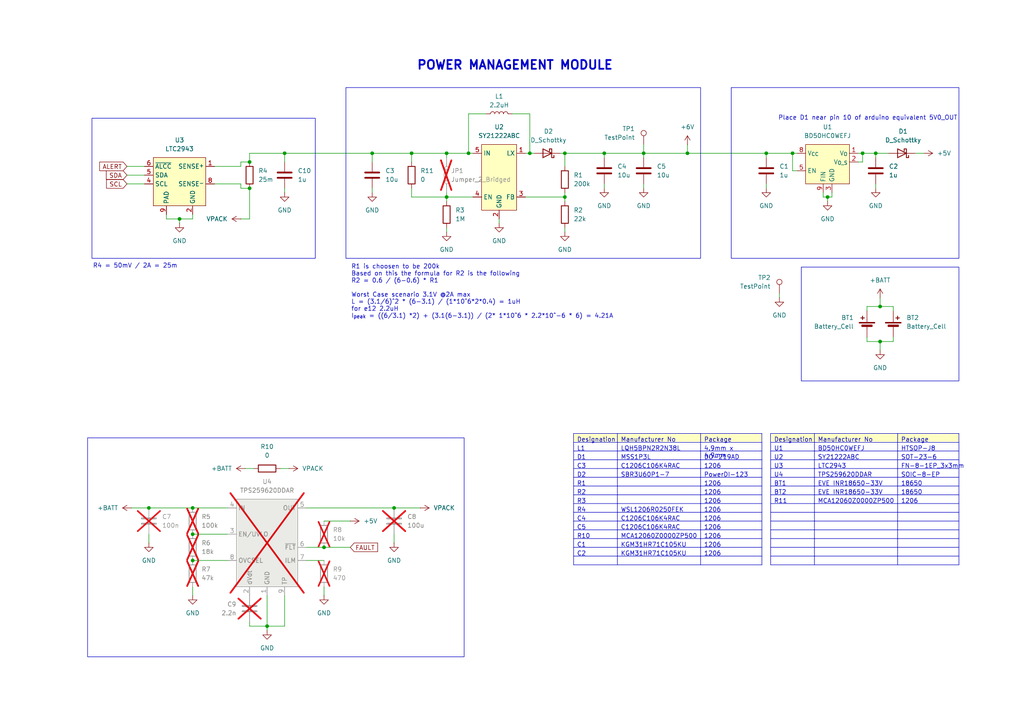
<source format=kicad_sch>
(kicad_sch (version 20250114) (generator "eeschema") (generator_version "9.0")
  (paper "A4")
  (title_block (title "Power Module") (date "2025-04-18") (company "HANdheld Horizons") (comment 1 "Alessandro Lo Monaco"))
  (lib_symbols
    (symbol "BDxxHC0WEFJ:BD50HC0WEFJ"
      (property "Reference" "U" (at 0 6.858 0))
      (property "Value" "BD50HC0WEFJ" (at 0 4.572 0))
      (symbol "BD50HC0WEFJ_1_1"
        (rectangle (start -6.35 2.54) (end 6.35 -8.89) (fill (type background)))
        (pin power_in line (at -8.89 0 0) (length 2.54) (name "V_{CC}") (number "8"))
        (pin input line (at -8.89 -5.08 0) (length 2.54) (name "EN") (number "5"))
        (pin power_out line (at -1.27 -11.43 90) (length 2.54) (name "FIN") (number "9"))
        (pin power_out line (at 1.27 -11.43 90) (length 2.54) (name "GND") (number "3"))
        (pin power_out line (at 8.89 0 180) (length 2.54) (name "V_{O}") (number "1"))
        (pin power_out line (at 8.89 -2.54 180) (length 2.54) (name "V_{O_S}") (number "2"))
        (pin no_connect line (at 8.89 -5.08 180) (length 2.54) (hide yes) (name "N.C.") (number "4"))
        (pin no_connect line (at 8.89 -5.08 180) (length 2.54) (hide yes) (name "N.C.") (number "6"))
        (pin no_connect line (at 8.89 -5.08 180) (length 2.54) (hide yes) (name "N.C.") (number "7"))
      )
    )
    (symbol "Connector:TestPoint" (pin_numbers (hide yes)) (pin_names (offset 0.762) (hide yes))
      (property "Reference" "TP" (at 0 6.858 0))
      (property "Value" "TestPoint" (at 0 5.08 0))
      (symbol "TestPoint_0_1"
        (circle (center 0 3.302) (radius 0.762))
      )
      (symbol "TestPoint_1_1"
        (pin passive line (at 0 0 90) (length 2.54) (name "1") (number "1"))
      )
    )
    (symbol "Device:Battery_Cell" (pin_numbers (hide yes)) (pin_names (offset 0) (hide yes))
      (property "Reference" "BT" (at 2.54 2.54 0))
      (property "Value" "Battery_Cell" (at 2.54 0 0))
      (symbol "Battery_Cell_0_1"
        (rectangle (start -2.286 1.778) (end 2.286 1.524) (fill (type outline)))
        (rectangle (start -1.524 1.016) (end 1.524 0.508) (fill (type outline)))
        (polyline (pts (xy 0 1.778) (xy 0 2.54)))
        (polyline (pts (xy 0 0.762) (xy 0 0)))
        (polyline (pts (xy 0.762 3.048) (xy 1.778 3.048)) (stroke (width 0.254)))
        (polyline (pts (xy 1.27 3.556) (xy 1.27 2.54)) (stroke (width 0.254)))
      )
      (symbol "Battery_Cell_1_1"
        (pin passive line (at 0 5.08 270) (length 2.54) (name "+") (number "1"))
        (pin passive line (at 0 -2.54 90) (length 2.54) (name "-") (number "2"))
      )
    )
    (symbol "Device:C" (pin_numbers (hide yes)) (pin_names (offset 0.254))
      (property "Reference" "C" (at 0.635 2.54 0))
      (property "Value" "C" (at 0.635 -2.54 0))
      (symbol "C_0_1"
        (polyline (pts (xy -2.032 0.762) (xy 2.032 0.762)) (stroke (width 0.508)))
        (polyline (pts (xy -2.032 -0.762) (xy 2.032 -0.762)) (stroke (width 0.508)))
      )
      (symbol "C_1_1"
        (pin passive line (at 0 3.81 270) (length 2.794) (name "~") (number "1"))
        (pin passive line (at 0 -3.81 90) (length 2.794) (name "~") (number "2"))
      )
    )
    (symbol "Device:D_Schottky" (pin_numbers (hide yes)) (pin_names (offset 1.016) (hide yes))
      (property "Reference" "D" (at 0 2.54 0))
      (property "Value" "D_Schottky" (at 0 -2.54 0))
      (symbol "D_Schottky_0_1"
        (polyline (pts (xy -1.905 0.635) (xy -1.905 1.27) (xy -1.27 1.27) (xy -1.27 -1.27) (xy -0.635 -1.27) (xy -0.635 -0.635)) (stroke (width 0.254)))
        (polyline (pts (xy 1.27 1.27) (xy 1.27 -1.27) (xy -1.27 0) (xy 1.27 1.27)) (stroke (width 0.254)))
        (polyline (pts (xy 1.27 0) (xy -1.27 0)))
      )
      (symbol "D_Schottky_1_1"
        (pin passive line (at -3.81 0 0) (length 2.54) (name "K") (number "1"))
        (pin passive line (at 3.81 0 180) (length 2.54) (name "A") (number "2"))
      )
    )
    (symbol "Device:L" (pin_numbers (hide yes)) (pin_names (offset 1.016) (hide yes))
      (property "Reference" "L" (at -1.27 0 90))
      (property "Value" "L" (at 1.905 0 90))
      (symbol "L_0_1"
        (arc (start 0 2.54) (mid 0.6323 1.905) (end 0 1.27))
        (arc (start 0 1.27) (mid 0.6323 0.635) (end 0 0))
        (arc (start 0 0) (mid 0.6323 -0.635) (end 0 -1.27))
        (arc (start 0 -1.27) (mid 0.6323 -1.905) (end 0 -2.54))
      )
      (symbol "L_1_1"
        (pin passive line (at 0 3.81 270) (length 1.27) (name "1") (number "1"))
        (pin passive line (at 0 -3.81 90) (length 1.27) (name "2") (number "2"))
      )
    )
    (symbol "Device:R" (pin_numbers (hide yes)) (pin_names (offset 0))
      (property "Reference" "R" (at 2.032 0 90))
      (property "Value" "R" (at 0 0 90))
      (symbol "R_0_1"
        (rectangle (start -1.016 -2.54) (end 1.016 2.54) (stroke (width 0.254)))
      )
      (symbol "R_1_1"
        (pin passive line (at 0 3.81 270) (length 1.27) (name "~") (number "1"))
        (pin passive line (at 0 -3.81 90) (length 1.27) (name "~") (number "2"))
      )
    )
    (symbol "Jumper:Jumper_2_Bridged" (pin_numbers (hide yes)) (pin_names (offset 0) (hide yes)) (exclude_from_sim yes)
      (property "Reference" "JP" (at 0 1.905 0))
      (property "Value" "Jumper_2_Bridged" (at 0 -2.54 0))
      (symbol "Jumper_2_Bridged_0_0"
        (circle (center -2.032 0) (radius 0.508))
        (circle (center 2.032 0) (radius 0.508))
      )
      (symbol "Jumper_2_Bridged_0_1"
        (arc (start -1.524 0.254) (mid 0 0.762) (end 1.524 0.254))
      )
      (symbol "Jumper_2_Bridged_1_1"
        (pin passive line (at -5.08 0 0) (length 2.54) (name "A") (number "1"))
        (pin passive line (at 5.08 0 180) (length 2.54) (name "B") (number "2"))
      )
    )
    (symbol "LTC2943:LTC2943"
      (property "Reference" "U" (at 0 8.89 0))
      (property "Value" "LTC2943" (at -0.254 6.604 0))
      (symbol "LTC2943_1_1"
        (rectangle (start -7.62 5.08) (end 7.62 -8.89) (fill (type background)))
        (pin power_in line (at -10.16 2.54 0) (length 2.54) (name "~{ALCC}") (number "6"))
        (pin power_in line (at -10.16 0 0) (length 2.54) (name "SDA") (number "5"))
        (pin power_in line (at -10.16 -2.54 0) (length 2.54) (name "SCL") (number "4"))
        (pin power_out line (at -3.81 -11.43 90) (length 2.54) (name "PAD") (number "9"))
        (pin power_out line (at 3.81 -11.43 90) (length 2.54) (name "GND") (number "2"))
        (pin power_out line (at 3.81 -11.43 90) (length 2.54) (hide yes) (name "GND") (number "3"))
        (pin power_out line (at 3.81 -11.43 90) (length 2.54) (hide yes) (name "GND") (number "7"))
        (pin power_out line (at 10.16 2.54 180) (length 2.54) (name "SENSE^{+}") (number "1"))
        (pin power_in line (at 10.16 -2.54 180) (length 2.54) (name "SENSE^{-}") (number "8"))
      )
    )
    (symbol "SY21222ABC:SY21222ABC"
      (property "Reference" "U" (at 0 12.446 0))
      (property "Value" "SY21222ABC" (at 0 10.16 0))
      (symbol "SY21222ABC_1_1"
        (rectangle (start -5.08 8.89) (end 5.08 -10.16) (fill (type background)))
        (pin input line (at -7.62 6.35 0) (length 2.54) (name "IN") (number "5"))
        (pin no_connect line (at -7.62 0 0) (length 2.54) (hide yes) (name "NC") (number "6"))
        (pin input line (at -7.62 -6.35 0) (length 2.54) (name "EN") (number "4"))
        (pin power_out line (at 0 -12.7 90) (length 2.54) (name "GND") (number "2"))
        (pin input line (at 7.62 6.35 180) (length 2.54) (name "LX") (number "1"))
        (pin input line (at 7.62 -6.35 180) (length 2.54) (name "FB") (number "3"))
      )
    )
    (symbol "TPS25963x:TPS259620DDAR"
      (property "Reference" "U" (at 0 15.748 0))
      (property "Value" "TPS259620DDAR" (at 0 13.208 0))
      (symbol "TPS259620DDAR_1_1"
        (rectangle (start -8.89 11.43) (end 8.89 -13.97) (fill (type background)))
        (pin power_in line (at -11.43 8.89 0) (length 2.54) (name "IN") (number "4"))
        (pin input line (at -11.43 1.27 0) (length 2.54) (name "EN/UVLO") (number "3"))
        (pin input line (at -11.43 -6.35 0) (length 2.54) (name "OVCSEL") (number "8"))
        (pin output line (at -5.08 -16.51 90) (length 2.54) (name "dVdt") (number "2"))
        (pin power_out line (at 0 -16.51 90) (length 2.54) (name "GND") (number "1"))
        (pin power_out line (at 5.08 -16.51 90) (length 2.54) (name "TP") (number "9"))
        (pin power_out line (at 11.43 8.89 180) (length 2.54) (name "OUT") (number "5"))
        (pin output line (at 11.43 -2.54 180) (length 2.54) (name "~{FLT}") (number "6"))
        (pin output line (at 11.43 -6.35 180) (length 2.54) (name "ILM") (number "7"))
      )
    )
    (symbol "power:+5V" (power) (pin_numbers (hide yes)) (pin_names (offset 0) (hide yes))
      (property "Value" "+5V" (at 0 3.556 0))
      (symbol "+5V_0_1"
        (polyline (pts (xy -0.762 1.27) (xy 0 2.54)))
        (polyline (pts (xy 0 2.54) (xy 0.762 1.27)))
        (polyline (pts (xy 0 0) (xy 0 2.54)))
      )
      (symbol "+5V_1_1"
        (pin power_in line (at 0 0 90) (length 0) (name "~") (number "1"))
      )
    )
    (symbol "power:+6V" (power) (pin_numbers (hide yes)) (pin_names (offset 0) (hide yes))
      (property "Value" "+6V" (at 0 3.556 0))
      (symbol "+6V_0_1"
        (polyline (pts (xy -0.762 1.27) (xy 0 2.54)))
        (polyline (pts (xy 0 2.54) (xy 0.762 1.27)))
        (polyline (pts (xy 0 0) (xy 0 2.54)))
      )
      (symbol "+6V_1_1"
        (pin power_in line (at 0 0 90) (length 0) (name "~") (number "1"))
      )
    )
    (symbol "power:+BATT" (power) (pin_numbers (hide yes)) (pin_names (offset 0) (hide yes))
      (property "Value" "+BATT" (at 0 3.556 0))
      (symbol "+BATT_0_1"
        (polyline (pts (xy -0.762 1.27) (xy 0 2.54)))
        (polyline (pts (xy 0 2.54) (xy 0.762 1.27)))
        (polyline (pts (xy 0 0) (xy 0 2.54)))
      )
      (symbol "+BATT_1_1"
        (pin power_in line (at 0 0 90) (length 0) (name "~") (number "1"))
      )
    )
    (symbol "power:GND" (power) (pin_numbers (hide yes)) (pin_names (offset 0) (hide yes))
      (property "Value" "GND" (at 0 -3.81 0))
      (symbol "GND_0_1"
        (polyline (pts (xy 0 0) (xy 0 -1.27) (xy 1.27 -1.27) (xy 0 -2.54) (xy -1.27 -1.27) (xy 0 -1.27)))
      )
      (symbol "GND_1_1"
        (pin power_in line (at 0 0 270) (length 0) (name "~") (number "1"))
      )
    )
    (symbol "power:VCC" (power) (pin_numbers (hide yes)) (pin_names (offset 0) (hide yes))
      (property "Value" "VCC" (at 0 3.556 0))
      (symbol "VCC_0_1"
        (polyline (pts (xy -0.762 1.27) (xy 0 2.54)))
        (polyline (pts (xy 0 2.54) (xy 0.762 1.27)))
        (polyline (pts (xy 0 0) (xy 0 2.54)))
      )
      (symbol "VCC_1_1"
        (pin power_in line (at 0 0 90) (length 0) (name "~") (number "1"))
      )
    )
  )
  (rectangle (start 25.4 127) (end 134.62 190.5))
  (rectangle (start 100.33 25.4) (end 203.2 74.93))
  (rectangle (start 26.67 34.29) (end 91.44 74.93))
  (rectangle (start 232.41 77.47) (end 278.13 110.49))
  (rectangle (start 212.09 25.4) (end 278.13 74.93))
  (text "R4 = 50mV / 2A = 25m" (at 26.924 76.454 0) (effects (font (size 1.27 1.27)) (justify left top)))
  (text "Place D1 near pin 10 of arduino equivalent 5V0_OUT" (at 251.714 34.29 0) (effects (font (size 1.27 1.27))))
  (text "POWER MANAGEMENT MODULE\n" (at 149.352 19.05 0) (effects (font (size 2.54 2.54) (thickness 0.508) (bold yes))))
  (text "R1 is choosen to be 200k\nBased on this the formula for R2 is the following\nR2 = 0.6 / (6-0.6) * R1\n\nWorst Case scenario 3.1V @2A max\nL = (3.1/6)^2 * (6-3.1) / (1*10^6*2*0.4) = 1uH\nfor e12 2.2uH\nI_{peak} = ((6/3.1) *2) + (3.1(6-3.1)) / (2* 1*10^6 * 2.2*10^-6 * 6) = 4.21A" (at 101.854 76.708 0) (effects (font (size 1.27 1.27)) (justify left top)))
  (junction (at 199.39 44.45))
  (junction (at 129.54 57.15))
  (junction (at 77.47 181.61))
  (junction (at 135.89 44.45))
  (junction (at 55.88 154.94))
  (junction (at 55.88 147.32))
  (junction (at 119.38 44.45))
  (junction (at 93.98 158.75))
  (junction (at 72.39 54.61))
  (junction (at 250.19 44.45))
  (junction (at 222.25 44.45))
  (junction (at 153.67 44.45))
  (junction (at 82.55 44.45))
  (junction (at 129.54 44.45))
  (junction (at 255.27 99.06))
  (junction (at 43.18 147.32))
  (junction (at 72.39 46.99))
  (junction (at 55.88 162.56))
  (junction (at 186.69 44.45))
  (junction (at 163.83 57.15))
  (junction (at 254 44.45))
  (junction (at 229.87 44.45))
  (junction (at 240.03 57.15))
  (junction (at 107.95 44.45))
  (junction (at 255.27 88.9))
  (junction (at 114.3 147.32))
  (junction (at 175.26 44.45))
  (junction (at 163.83 44.45))
  (junction (at 52.07 63.5))
  (wire (pts (xy 153.67 33.02) (xy 153.67 44.45)))
  (wire (pts (xy 69.85 53.34) (xy 69.85 54.61)))
  (wire (pts (xy 129.54 57.15) (xy 137.16 57.15)))
  (wire (pts (xy 222.25 44.45) (xy 222.25 45.72)))
  (wire (pts (xy 259.08 97.79) (xy 259.08 99.06)))
  (wire (pts (xy 55.88 147.32) (xy 66.04 147.32)))
  (wire (pts (xy 36.83 48.26) (xy 41.91 48.26)))
  (wire (pts (xy 82.55 44.45) (xy 107.95 44.45)))
  (wire (pts (xy 163.83 48.26) (xy 163.83 44.45)))
  (wire (pts (xy 248.92 46.99) (xy 250.19 46.99)))
  (wire (pts (xy 153.67 44.45) (xy 154.94 44.45)))
  (wire (pts (xy 69.85 63.5) (xy 72.39 63.5)))
  (wire (pts (xy 107.95 46.99) (xy 107.95 44.45)))
  (wire (pts (xy 82.55 44.45) (xy 82.55 46.99)))
  (wire (pts (xy 251.46 97.79) (xy 251.46 99.06)))
  (wire (pts (xy 152.4 57.15) (xy 163.83 57.15)))
  (wire (pts (xy 43.18 154.94) (xy 43.18 157.48)))
  (wire (pts (xy 129.54 44.45) (xy 129.54 45.72)))
  (wire (pts (xy 135.89 33.02) (xy 135.89 44.45)))
  (wire (pts (xy 82.55 172.72) (xy 82.55 181.61)))
  (wire (pts (xy 254 44.45) (xy 257.81 44.45)))
  (wire (pts (xy 72.39 181.61) (xy 77.47 181.61)))
  (wire (pts (xy 163.83 66.04) (xy 163.83 67.31)))
  (wire (pts (xy 55.88 170.18) (xy 55.88 172.72)))
  (wire (pts (xy 199.39 41.91) (xy 199.39 44.45)))
  (wire (pts (xy 69.85 48.26) (xy 69.85 46.99)))
  (wire (pts (xy 36.83 53.34) (xy 41.91 53.34)))
  (wire (pts (xy 222.25 44.45) (xy 229.87 44.45)))
  (wire (pts (xy 250.19 46.99) (xy 250.19 44.45)))
  (wire (pts (xy 72.39 44.45) (xy 72.39 46.99)))
  (wire (pts (xy 265.43 44.45) (xy 267.97 44.45)))
  (wire (pts (xy 119.38 54.61) (xy 119.38 57.15)))
  (wire (pts (xy 55.88 63.5) (xy 52.07 63.5)))
  (wire (pts (xy 93.98 170.18) (xy 93.98 172.72)))
  (wire (pts (xy 82.55 181.61) (xy 77.47 181.61)))
  (wire (pts (xy 248.92 44.45) (xy 250.19 44.45)))
  (wire (pts (xy 199.39 44.45) (xy 222.25 44.45)))
  (wire (pts (xy 114.3 154.94) (xy 114.3 157.48)))
  (wire (pts (xy 88.9 162.56) (xy 93.98 162.56)))
  (wire (pts (xy 129.54 55.88) (xy 129.54 57.15)))
  (wire (pts (xy 77.47 172.72) (xy 77.47 181.61)))
  (wire (pts (xy 231.14 49.53) (xy 229.87 49.53)))
  (wire (pts (xy 250.19 44.45) (xy 254 44.45)))
  (wire (pts (xy 119.38 57.15) (xy 129.54 57.15)))
  (wire (pts (xy 255.27 99.06) (xy 255.27 101.6)))
  (wire (pts (xy 129.54 57.15) (xy 129.54 58.42)))
  (wire (pts (xy 241.3 55.88) (xy 241.3 57.15)))
  (wire (pts (xy 238.76 55.88) (xy 238.76 57.15)))
  (wire (pts (xy 38.1 147.32) (xy 43.18 147.32)))
  (wire (pts (xy 251.46 88.9) (xy 255.27 88.9)))
  (wire (pts (xy 229.87 49.53) (xy 229.87 44.45)))
  (wire (pts (xy 175.26 45.72) (xy 175.26 44.45)))
  (wire (pts (xy 43.18 147.32) (xy 55.88 147.32)))
  (wire (pts (xy 186.69 41.91) (xy 186.69 44.45)))
  (wire (pts (xy 241.3 57.15) (xy 240.03 57.15)))
  (wire (pts (xy 175.26 54.61) (xy 175.26 53.34)))
  (wire (pts (xy 71.12 135.89) (xy 73.66 135.89)))
  (wire (pts (xy 72.39 180.34) (xy 72.39 181.61)))
  (wire (pts (xy 77.47 181.61) (xy 77.47 182.88)))
  (wire (pts (xy 144.78 63.5) (xy 144.78 64.77)))
  (wire (pts (xy 251.46 99.06) (xy 255.27 99.06)))
  (wire (pts (xy 231.14 44.45) (xy 229.87 44.45)))
  (wire (pts (xy 36.83 50.8) (xy 41.91 50.8)))
  (wire (pts (xy 62.23 48.26) (xy 69.85 48.26)))
  (wire (pts (xy 55.88 62.23) (xy 55.88 63.5)))
  (wire (pts (xy 163.83 55.88) (xy 163.83 57.15)))
  (wire (pts (xy 55.88 162.56) (xy 66.04 162.56)))
  (wire (pts (xy 119.38 44.45) (xy 129.54 44.45)))
  (wire (pts (xy 107.95 44.45) (xy 119.38 44.45)))
  (wire (pts (xy 52.07 63.5) (xy 52.07 64.77)))
  (wire (pts (xy 226.06 85.09) (xy 226.06 86.36)))
  (wire (pts (xy 240.03 57.15) (xy 240.03 58.42)))
  (wire (pts (xy 88.9 147.32) (xy 114.3 147.32)))
  (wire (pts (xy 129.54 66.04) (xy 129.54 67.31)))
  (wire (pts (xy 69.85 54.61) (xy 72.39 54.61)))
  (wire (pts (xy 48.26 63.5) (xy 52.07 63.5)))
  (wire (pts (xy 114.3 147.32) (xy 121.92 147.32)))
  (wire (pts (xy 186.69 45.72) (xy 186.69 44.45)))
  (wire (pts (xy 69.85 46.99) (xy 72.39 46.99)))
  (wire (pts (xy 72.39 44.45) (xy 82.55 44.45)))
  (wire (pts (xy 129.54 44.45) (xy 135.89 44.45)))
  (wire (pts (xy 163.83 57.15) (xy 163.83 58.42)))
  (wire (pts (xy 222.25 53.34) (xy 222.25 54.61)))
  (wire (pts (xy 259.08 90.17) (xy 259.08 88.9)))
  (wire (pts (xy 55.88 154.94) (xy 66.04 154.94)))
  (wire (pts (xy 259.08 99.06) (xy 255.27 99.06)))
  (wire (pts (xy 93.98 158.75) (xy 101.6 158.75)))
  (wire (pts (xy 107.95 55.88) (xy 107.95 54.61)))
  (wire (pts (xy 238.76 57.15) (xy 240.03 57.15)))
  (wire (pts (xy 186.69 44.45) (xy 199.39 44.45)))
  (wire (pts (xy 119.38 44.45) (xy 119.38 46.99)))
  (wire (pts (xy 175.26 44.45) (xy 186.69 44.45)))
  (wire (pts (xy 135.89 44.45) (xy 137.16 44.45)))
  (wire (pts (xy 148.59 33.02) (xy 153.67 33.02)))
  (wire (pts (xy 88.9 158.75) (xy 93.98 158.75)))
  (wire (pts (xy 152.4 44.45) (xy 153.67 44.45)))
  (wire (pts (xy 254 53.34) (xy 254 54.61)))
  (wire (pts (xy 140.97 33.02) (xy 135.89 33.02)))
  (wire (pts (xy 72.39 54.61) (xy 72.39 63.5)))
  (wire (pts (xy 101.6 151.13) (xy 93.98 151.13)))
  (wire (pts (xy 259.08 88.9) (xy 255.27 88.9)))
  (wire (pts (xy 48.26 62.23) (xy 48.26 63.5)))
  (wire (pts (xy 81.28 135.89) (xy 83.82 135.89)))
  (wire (pts (xy 254 44.45) (xy 254 45.72)))
  (wire (pts (xy 255.27 86.36) (xy 255.27 88.9)))
  (wire (pts (xy 82.55 54.61) (xy 82.55 55.88)))
  (wire (pts (xy 163.83 44.45) (xy 175.26 44.45)))
  (wire (pts (xy 251.46 90.17) (xy 251.46 88.9)))
  (wire (pts (xy 62.23 53.34) (xy 69.85 53.34)))
  (wire (pts (xy 162.56 44.45) (xy 163.83 44.45)))
  (wire (pts (xy 186.69 53.34) (xy 186.69 54.61)))
  (table (column_count 3) (border (external yes) (header yes)) (separators (rows yes) (cols yes)) (column_widths 12.7 24.13 17.78) (row_heights 2.54 2.54 2.54 2.54 2.54 2.54 2.54 2.54 2.54 2.54 2.54 2.54 2.54 2.54 2.54) (cells (table_cell "Designation" (at 223.52 125.73 0) (size 12.7 2.54) (margins 0.9525 0.9525 0.9525 0.9525) (span 1 1) (fill (type color) (color 255 255 194 1))) (table_cell "Manufacturer No" (at 236.22 125.73 0) (size 24.13 2.54) (margins 0.9525 0.9525 0.9525 0.9525) (span 1 1) (fill (type color) (color 255 255 194 1))) (table_cell "Package" (at 260.35 125.73 0) (size 17.78 2.54) (margins 0.9525 0.9525 0.9525 0.9525) (span 1 1) (fill (type color) (color 255 255 194 1))) (table_cell "U1" (at 223.52 128.27 0) (size 12.7 2.54) (margins 0.9525 0.9525 0.9525 0.9525) (span 1 1)) (table_cell "BD50HC0WEFJ" (at 236.22 128.27 0) (size 24.13 2.54) (margins 0.9525 0.9525 0.9525 0.9525) (span 1 1)) (table_cell "HTSOP-J8" (at 260.35 128.27 0) (size 17.78 2.54) (margins 0.9525 0.9525 0.9525 0.9525) (span 1 1)) (table_cell "U2" (at 223.52 130.81 0) (size 12.7 2.54) (margins 0.9525 0.9525 0.9525 0.9525) (span 1 1)) (table_cell "SY21222ABC" (at 236.22 130.81 0) (size 24.13 2.54) (margins 0.9525 0.9525 0.9525 0.9525) (span 1 1)) (table_cell "SOT-23-6" (at 260.35 130.81 0) (size 17.78 2.54) (margins 0.9525 0.9525 0.9525 0.9525) (span 1 1)) (table_cell "U3" (at 223.52 133.35 0) (size 12.7 2.54) (margins 0.9525 0.9525 0.9525 0.9525) (span 1 1)) (table_cell "LTC2943" (at 236.22 133.35 0) (size 24.13 2.54) (margins 0.9525 0.9525 0.9525 0.9525) (span 1 1)) (table_cell "FN-8-1EP_3x3mm" (at 260.35 133.35 0) (size 17.78 2.54) (margins 0.9525 0.9525 0.9525 0.9525) (span 1 1)) (table_cell "U4" (at 223.52 135.89 0) (size 12.7 2.54) (margins 0.9525 0.9525 0.9525 0.9525) (span 1 1)) (table_cell "TPS259620DDAR" (at 236.22 135.89 0) (size 24.13 2.54) (margins 0.9525 0.9525 0.9525 0.9525) (span 1 1)) (table_cell "SOIC-8-EP" (at 260.35 135.89 0) (size 17.78 2.54) (margins 0.9525 0.9525 0.9525 0.9525) (span 1 1)) (table_cell "BT1" (at 223.52 138.43 0) (size 12.7 2.54) (margins 0.9525 0.9525 0.9525 0.9525) (span 1 1)) (table_cell "EVE INR18650-33V" (at 236.22 138.43 0) (size 24.13 2.54) (margins 0.9525 0.9525 0.9525 0.9525) (span 1 1)) (table_cell "18650" (at 260.35 138.43 0) (size 17.78 2.54) (margins 0.9525 0.9525 0.9525 0.9525) (span 1 1)) (table_cell "BT2" (at 223.52 140.97 0) (size 12.7 2.54) (margins 0.9525 0.9525 0.9525 0.9525) (span 1 1)) (table_cell "EVE INR18650-33V" (at 236.22 140.97 0) (size 24.13 2.54) (margins 0.9525 0.9525 0.9525 0.9525) (span 1 1)) (table_cell "18650" (at 260.35 140.97 0) (size 17.78 2.54) (margins 0.9525 0.9525 0.9525 0.9525) (span 1 1)) (table_cell "R11" (at 223.52 143.51 0) (size 12.7 2.54) (margins 0.9525 0.9525 0.9525 0.9525) (span 1 1)) (table_cell "MCA12060Z0000ZP500 " (at 236.22 143.51 0) (size 24.13 2.54) (margins 0.9525 0.9525 0.9525 0.9525) (span 1 1)) (table_cell "1206" (at 260.35 143.51 0) (size 17.78 2.54) (margins 0.9525 0.9525 0.9525 0.9525) (span 1 1)) (table_cell "" (at 223.52 146.05 0) (size 12.7 2.54) (margins 0.9525 0.9525 0.9525 0.9525) (span 1 1)) (table_cell "" (at 236.22 146.05 0) (size 24.13 2.54) (margins 0.9525 0.9525 0.9525 0.9525) (span 1 1)) (table_cell "" (at 260.35 146.05 0) (size 17.78 2.54) (margins 0.9525 0.9525 0.9525 0.9525) (span 1 1)) (table_cell "" (at 223.52 148.59 0) (size 12.7 2.54) (margins 0.9525 0.9525 0.9525 0.9525) (span 1 1)) (table_cell "" (at 236.22 148.59 0) (size 24.13 2.54) (margins 0.9525 0.9525 0.9525 0.9525) (span 1 1)) (table_cell "" (at 260.35 148.59 0) (size 17.78 2.54) (margins 0.9525 0.9525 0.9525 0.9525) (span 1 1)) (table_cell "" (at 223.52 151.13 0) (size 12.7 2.54) (margins 0.9525 0.9525 0.9525 0.9525) (span 1 1)) (table_cell "" (at 236.22 151.13 0) (size 24.13 2.54) (margins 0.9525 0.9525 0.9525 0.9525) (span 1 1)) (table_cell "" (at 260.35 151.13 0) (size 17.78 2.54) (margins 0.9525 0.9525 0.9525 0.9525) (span 1 1)) (table_cell "" (at 223.52 153.67 0) (size 12.7 2.54) (margins 0.9525 0.9525 0.9525 0.9525) (span 1 1)) (table_cell "" (at 236.22 153.67 0) (size 24.13 2.54) (margins 0.9525 0.9525 0.9525 0.9525) (span 1 1)) (table_cell "" (at 260.35 153.67 0) (size 17.78 2.54) (margins 0.9525 0.9525 0.9525 0.9525) (span 1 1)) (table_cell "" (at 223.52 156.21 0) (size 12.7 2.54) (margins 0.9525 0.9525 0.9525 0.9525) (span 1 1)) (table_cell "" (at 236.22 156.21 0) (size 24.13 2.54) (margins 0.9525 0.9525 0.9525 0.9525) (span 1 1)) (table_cell "" (at 260.35 156.21 0) (size 17.78 2.54) (margins 0.9525 0.9525 0.9525 0.9525) (span 1 1)) (table_cell "" (at 223.52 158.75 0) (size 12.7 2.54) (margins 0.9525 0.9525 0.9525 0.9525) (span 1 1)) (table_cell "" (at 236.22 158.75 0) (size 24.13 2.54) (margins 0.9525 0.9525 0.9525 0.9525) (span 1 1)) (table_cell "" (at 260.35 158.75 0) (size 17.78 2.54) (margins 0.9525 0.9525 0.9525 0.9525) (span 1 1)) (table_cell "" (at 223.52 161.29 0) (size 12.7 2.54) (margins 0.9525 0.9525 0.9525 0.9525) (span 1 1)) (table_cell "" (at 236.22 161.29 0) (size 24.13 2.54) (margins 0.9525 0.9525 0.9525 0.9525) (span 1 1)) (table_cell "" (at 260.35 161.29 0) (size 17.78 2.54) (margins 0.9525 0.9525 0.9525 0.9525) (span 1 1))))
  (table (column_count 3) (border (external yes) (header yes)) (separators (rows yes) (cols yes)) (column_widths 12.7 24.13 17.78) (row_heights 2.54 2.54 2.54 2.54 2.54 2.54 2.54 2.54 2.54 2.54 2.54 2.54 2.54 2.54 2.54) (cells (table_cell "Designation" (at 166.37 125.73 0) (size 12.7 2.54) (margins 0.9525 0.9525 0.9525 0.9525) (span 1 1) (fill (type color) (color 255 255 194 1))) (table_cell "Manufacturer No" (at 179.07 125.73 0) (size 24.13 2.54) (margins 0.9525 0.9525 0.9525 0.9525) (span 1 1) (fill (type color) (color 255 255 194 1))) (table_cell "Package" (at 203.2 125.73 0) (size 17.78 2.54) (margins 0.9525 0.9525 0.9525 0.9525) (span 1 1) (fill (type color) (color 255 255 194 1))) (table_cell "L1" (at 166.37 128.27 0) (size 12.7 2.54) (margins 0.9525 0.9525 0.9525 0.9525) (span 1 1)) (table_cell "LQH5BPN2R2N38L " (at 179.07 128.27 0) (size 24.13 2.54) (margins 0.9525 0.9525 0.9525 0.9525) (span 1 1)) (table_cell "4.9mm x 4.9mm" (at 203.2 128.27 0) (size 17.78 2.54) (margins 0.9525 0.9525 0.9525 0.9525) (span 1 1)) (table_cell "D1" (at 166.37 130.81 0) (size 12.7 2.54) (margins 0.9525 0.9525 0.9525 0.9525) (span 1 1)) (table_cell "MSS1P3L" (at 179.07 130.81 0) (size 24.13 2.54) (margins 0.9525 0.9525 0.9525 0.9525) (span 1 1)) (table_cell "DO-219AD" (at 203.2 130.81 0) (size 17.78 2.54) (margins 0.9525 0.9525 0.9525 0.9525) (span 1 1)) (table_cell "C3" (at 166.37 133.35 0) (size 12.7 2.54) (margins 0.9525 0.9525 0.9525 0.9525) (span 1 1)) (table_cell "C1206C106K4RAC " (at 179.07 133.35 0) (size 24.13 2.54) (margins 0.9525 0.9525 0.9525 0.9525) (span 1 1)) (table_cell "1206" (at 203.2 133.35 0) (size 17.78 2.54) (margins 0.9525 0.9525 0.9525 0.9525) (span 1 1)) (table_cell "D2" (at 166.37 135.89 0) (size 12.7 2.54) (margins 0.9525 0.9525 0.9525 0.9525) (span 1 1)) (table_cell "SBR3U60P1-7" (at 179.07 135.89 0) (size 24.13 2.54) (margins 0.9525 0.9525 0.9525 0.9525) (span 1 1)) (table_cell "PowerDI-123" (at 203.2 135.89 0) (size 17.78 2.54) (margins 0.9525 0.9525 0.9525 0.9525) (span 1 1)) (table_cell "R1" (at 166.37 138.43 0) (size 12.7 2.54) (margins 0.9525 0.9525 0.9525 0.9525) (span 1 1)) (table_cell "" (at 179.07 138.43 0) (size 24.13 2.54) (margins 0.9525 0.9525 0.9525 0.9525) (span 1 1)) (table_cell "1206" (at 203.2 138.43 0) (size 17.78 2.54) (margins 0.9525 0.9525 0.9525 0.9525) (span 1 1)) (table_cell "R2" (at 166.37 140.97 0) (size 12.7 2.54) (margins 0.9525 0.9525 0.9525 0.9525) (span 1 1)) (table_cell "" (at 179.07 140.97 0) (size 24.13 2.54) (margins 0.9525 0.9525 0.9525 0.9525) (span 1 1)) (table_cell "1206" (at 203.2 140.97 0) (size 17.78 2.54) (margins 0.9525 0.9525 0.9525 0.9525) (span 1 1)) (table_cell "R3" (at 166.37 143.51 0) (size 12.7 2.54) (margins 0.9525 0.9525 0.9525 0.9525) (span 1 1)) (table_cell "" (at 179.07 143.51 0) (size 24.13 2.54) (margins 0.9525 0.9525 0.9525 0.9525) (span 1 1)) (table_cell "1206" (at 203.2 143.51 0) (size 17.78 2.54) (margins 0.9525 0.9525 0.9525 0.9525) (span 1 1)) (table_cell "R4" (at 166.37 146.05 0) (size 12.7 2.54) (margins 0.9525 0.9525 0.9525 0.9525) (span 1 1)) (table_cell "WSL1206R0250FEK" (at 179.07 146.05 0) (size 24.13 2.54) (margins 0.9525 0.9525 0.9525 0.9525) (span 1 1)) (table_cell "1206" (at 203.2 146.05 0) (size 17.78 2.54) (margins 0.9525 0.9525 0.9525 0.9525) (span 1 1)) (table_cell "C4" (at 166.37 148.59 0) (size 12.7 2.54) (margins 0.9525 0.9525 0.9525 0.9525) (span 1 1)) (table_cell "C1206C106K4RAC " (at 179.07 148.59 0) (size 24.13 2.54) (margins 0.9525 0.9525 0.9525 0.9525) (span 1 1)) (table_cell "1206" (at 203.2 148.59 0) (size 17.78 2.54) (margins 0.9525 0.9525 0.9525 0.9525) (span 1 1)) (table_cell "C5" (at 166.37 151.13 0) (size 12.7 2.54) (margins 0.9525 0.9525 0.9525 0.9525) (span 1 1)) (table_cell "C1206C106K4RAC " (at 179.07 151.13 0) (size 24.13 2.54) (margins 0.9525 0.9525 0.9525 0.9525) (span 1 1)) (table_cell "1206" (at 203.2 151.13 0) (size 17.78 2.54) (margins 0.9525 0.9525 0.9525 0.9525) (span 1 1)) (table_cell "R10" (at 166.37 153.67 0) (size 12.7 2.54) (margins 0.9525 0.9525 0.9525 0.9525) (span 1 1)) (table_cell "MCA12060Z0000ZP500 " (at 179.07 153.67 0) (size 24.13 2.54) (margins 0.9525 0.9525 0.9525 0.9525) (span 1 1)) (table_cell "1206" (at 203.2 153.67 0) (size 17.78 2.54) (margins 0.9525 0.9525 0.9525 0.9525) (span 1 1)) (table_cell "C1" (at 166.37 156.21 0) (size 12.7 2.54) (margins 0.9525 0.9525 0.9525 0.9525) (span 1 1)) (table_cell "KGM31HR71C105KU " (at 179.07 156.21 0) (size 24.13 2.54) (margins 0.9525 0.9525 0.9525 0.9525) (span 1 1)) (table_cell "1206" (at 203.2 156.21 0) (size 17.78 2.54) (margins 0.9525 0.9525 0.9525 0.9525) (span 1 1)) (table_cell "C2" (at 166.37 158.75 0) (size 12.7 2.54) (margins 0.9525 0.9525 0.9525 0.9525) (span 1 1)) (table_cell "KGM31HR71C105KU " (at 179.07 158.75 0) (size 24.13 2.54) (margins 0.9525 0.9525 0.9525 0.9525) (span 1 1)) (table_cell "1206" (at 203.2 158.75 0) (size 17.78 2.54) (margins 0.9525 0.9525 0.9525 0.9525) (span 1 1)) (table_cell "" (at 166.37 161.29 0) (size 12.7 2.54) (margins 0.9525 0.9525 0.9525 0.9525) (span 1 1)) (table_cell "" (at 179.07 161.29 0) (size 24.13 2.54) (margins 0.9525 0.9525 0.9525 0.9525) (span 1 1)) (table_cell "" (at 203.2 161.29 0) (size 17.78 2.54) (margins 0.9525 0.9525 0.9525 0.9525) (span 1 1))))
  (global_label "ALERT" (shape input) (at 36.83 48.26 180) (property "Intersheetrefs" "${INTERSHEET_REFS}" (effects (hide yes))))
  (global_label "FAULT" (shape input) (at 101.6 158.75 0) (property "Intersheetrefs" "${INTERSHEET_REFS}" (effects (hide yes))))
  (global_label "SCL" (shape input) (at 36.83 53.34 180) (property "Intersheetrefs" "${INTERSHEET_REFS}" (effects (hide yes))))
  (global_label "SDA" (shape input) (at 36.83 50.8 180) (property "Intersheetrefs" "${INTERSHEET_REFS}" (effects (hide yes))))
  (symbol (lib_id "power:GND") (at 55.88 172.72 0) (unit 1)
    (property "Reference" "#PWR019" (effects (hide yes)))
    (property "Value" "GND" (at 55.88 177.8 0))
    (property "Description" "Power symbol creates a global label with name \"GND\" , ground" (effects (hide yes)))
  )
  (symbol (lib_id "power:GND") (at 43.18 157.48 0) (unit 1)
    (property "Reference" "#PWR020" (effects (hide yes)))
    (property "Value" "GND" (at 43.18 162.56 0))
    (property "Description" "Power symbol creates a global label with name \"GND\" , ground" (effects (hide yes)))
  )
  (symbol (lib_id "Device:R") (at 93.98 166.37 0) (unit 1) (dnp yes)
    (property "Reference" "R9" (at 96.52 165.0999 0) (effects (justify left)))
    (property "Value" "470" (at 96.52 167.6399 0) (effects (justify left)))
    (property "Footprint" "Resistor_SMD:R_1206_3216Metric_Pad1.30x1.75mm_HandSolder" (effects (hide yes)))
    (property "Description" "Resistor" (effects (hide yes)))
  )
  (symbol (lib_id "Device:C") (at 114.3 151.13 0) (unit 1) (dnp yes)
    (property "Reference" "C8" (at 118.11 149.8599 0) (effects (justify left)))
    (property "Value" "100u" (at 118.11 152.3999 0) (effects (justify left)))
    (property "Footprint" "Capacitor_SMD:C_1206_3216Metric_Pad1.33x1.80mm_HandSolder" (effects (hide yes)))
    (property "Description" "Unpolarized capacitor" (effects (hide yes)))
  )
  (symbol (lib_id "power:GND") (at 163.83 67.31 0) (unit 1)
    (property "Reference" "#PWR08" (effects (hide yes)))
    (property "Value" "GND" (at 163.83 72.39 0))
    (property "Description" "Power symbol creates a global label with name \"GND\" , ground" (effects (hide yes)))
  )
  (symbol (lib_id "BDxxHC0WEFJ:BD50HC0WEFJ") (at 240.03 44.45 0) (unit 1)
    (property "Reference" "U1" (at 240.03 36.83 0))
    (property "Value" "BD50HC0WEFJ" (at 240.03 39.37 0))
    (property "Footprint" "HTSOP-J8:HTSOP-J8" (effects (hide yes)))
    (property "Datasheet" "https://fscdn.rohm.com/en/products/databook/datasheet/ic/power/linear_regulator/bdxxhc0wefj-e.pdf" (effects (hide yes)))
    (property "Description" "Low drop out voltage regulator" (effects (hide yes)))
  )
  (symbol (lib_id "Jumper:Jumper_2_Bridged") (at 129.54 50.8 90) (unit 1) (exclude_from_sim yes) (dnp yes)
    (property "Reference" "JP1" (at 130.81 49.5299 90) (effects (justify right)))
    (property "Value" "Jumper_2_Bridged" (at 130.81 52.0699 90) (effects (justify right)))
    (property "Footprint" "Connector_PinHeader_2.54mm:PinHeader_1x02_P2.54mm_Vertical" (effects (hide yes)))
    (property "Description" "Jumper, 2-pole, closed/bridged" (effects (hide yes)))
  )
  (symbol (lib_id "Device:Battery_Cell") (at 251.46 95.25 0) (mirror y) (unit 1)
    (property "Reference" "BT1" (at 247.65 92.1384 0) (effects (justify left)))
    (property "Value" "Battery_Cell" (at 247.65 94.6784 0) (effects (justify left)))
    (property "Footprint" "Connector_Wire:SolderWire-0.75sqmm_1x02_P4.8mm_D1.25mm_OD2.3mm" (effects (hide yes)))
    (property "Datasheet" "https://www.tinytronics.nl/en/power/battery-holders-and-clips/18650/2x-18650-battery-holder-leaf-spring-contacts-wires-per-cell" (effects (hide yes)))
    (property "Description" "Single-cell battery" (effects (hide yes)))
  )
  (symbol (lib_id "Device:C") (at 82.55 50.8 0) (unit 1)
    (property "Reference" "C10" (at 86.36 49.5299 0) (effects (justify left)))
    (property "Value" "1u" (at 86.36 52.0699 0) (effects (justify left)))
    (property "Footprint" "Capacitor_SMD:C_1206_3216Metric_Pad1.33x1.80mm_HandSolder" (effects (hide yes)))
    (property "Description" "Unpolarized capacitor" (effects (hide yes)))
  )
  (symbol (lib_id "Device:D_Schottky") (at 158.75 44.45 180) (unit 1)
    (property "Reference" "D2" (at 159.0675 38.1 0))
    (property "Value" "D_Schottky" (at 159.0675 40.64 0))
    (property "Footprint" "Diode_SMD:D_PowerDI-123" (effects (hide yes)))
    (property "Description" "Schottky diode" (effects (hide yes)))
  )
  (symbol (lib_id "Connector:TestPoint") (at 226.06 85.09 0) (mirror y) (unit 1)
    (property "Reference" "TP2" (at 223.52 80.5179 0) (effects (justify left)))
    (property "Value" "TestPoint" (at 223.52 83.0579 0) (effects (justify left)))
    (property "Footprint" "Connector_PinHeader_2.54mm:PinHeader_1x01_P2.54mm_Vertical" (effects (hide yes)))
    (property "Description" "test point" (effects (hide yes)))
  )
  (symbol (lib_id "power:+BATT") (at 71.12 135.89 90) (unit 1)
    (property "Reference" "#PWR026" (effects (hide yes)))
    (property "Value" "+BATT" (at 67.31 135.8899 90) (effects (justify left)))
    (property "Description" "Power symbol creates a global label with name \"+BATT\"" (effects (hide yes)))
  )
  (symbol (lib_id "power:GND") (at 144.78 64.77 0) (unit 1)
    (property "Reference" "#PWR07" (effects (hide yes)))
    (property "Value" "GND" (at 144.78 69.85 0))
    (property "Description" "Power symbol creates a global label with name \"GND\" , ground" (effects (hide yes)))
  )
  (symbol (lib_id "power:+5V") (at 101.6 151.13 270) (unit 1)
    (property "Reference" "#PWR028" (effects (hide yes)))
    (property "Value" "+5V" (at 105.41 151.1299 90) (effects (justify left)))
    (property "Description" "Power symbol creates a global label with name \"+5V\"" (effects (hide yes)))
  )
  (symbol (lib_id "power:GND") (at 226.06 86.36 0) (unit 1)
    (property "Reference" "#PWR027" (effects (hide yes)))
    (property "Value" "GND" (at 226.06 91.44 0))
    (property "Description" "Power symbol creates a global label with name \"GND\" , ground" (effects (hide yes)))
  )
  (symbol (lib_id "Device:R") (at 55.88 151.13 0) (unit 1) (dnp yes)
    (property "Reference" "R5" (at 58.42 149.8599 0) (effects (justify left)))
    (property "Value" "100k" (at 58.42 152.3999 0) (effects (justify left)))
    (property "Footprint" "Resistor_SMD:R_1206_3216Metric_Pad1.30x1.75mm_HandSolder" (effects (hide yes)))
    (property "Description" "Resistor" (effects (hide yes)))
  )
  (symbol (lib_id "Device:C") (at 222.25 49.53 0) (unit 1)
    (property "Reference" "C1" (at 226.06 48.2599 0) (effects (justify left)))
    (property "Value" "1u" (at 226.06 50.7999 0) (effects (justify left)))
    (property "Footprint" "Capacitor_SMD:C_1206_3216Metric_Pad1.33x1.80mm_HandSolder" (effects (hide yes)))
    (property "Description" "Unpolarized capacitor" (effects (hide yes)))
  )
  (symbol (lib_id "Device:C") (at 43.18 151.13 0) (unit 1) (dnp yes)
    (property "Reference" "C7" (at 46.99 149.8599 0) (effects (justify left)))
    (property "Value" "100n" (at 46.99 152.3999 0) (effects (justify left)))
    (property "Footprint" "Capacitor_SMD:C_1206_3216Metric_Pad1.33x1.80mm_HandSolder" (effects (hide yes)))
    (property "Description" "Unpolarized capacitor" (effects (hide yes)))
  )
  (symbol (lib_id "Device:R") (at 119.38 50.8 0) (unit 1)
    (property "Reference" "R11" (at 121.92 49.5299 0) (effects (justify left)))
    (property "Value" "0" (at 121.92 52.0699 0) (effects (justify left)))
    (property "Footprint" "Resistor_SMD:R_1206_3216Metric_Pad1.30x1.75mm_HandSolder" (effects (hide yes)))
    (property "Description" "Resistor" (effects (hide yes)))
  )
  (symbol (lib_id "LTC2943:LTC2943") (at 52.07 50.8 0) (unit 1)
    (property "Reference" "U3" (at 52.07 40.64 0))
    (property "Value" "LTC2943" (at 52.07 43.18 0))
    (property "Footprint" "Package_DFN_QFN:DFN-8-1EP_3x3mm_P0.5mm_EP1.66x2.38mm" (effects (hide yes)))
    (property "Datasheet" "https://www.analog.com/media/en/technical-documentation/data-sheets/2943fa.pdf" (effects (hide yes)))
  )
  (symbol (lib_id "power:GND") (at 255.27 101.6 0) (unit 1)
    (property "Reference" "#PWR023" (effects (hide yes)))
    (property "Value" "GND" (at 255.27 106.68 0))
    (property "Description" "Power symbol creates a global label with name \"GND\" , ground" (effects (hide yes)))
  )
  (symbol (lib_id "Device:R") (at 163.83 52.07 0) (unit 1)
    (property "Reference" "R1" (at 166.37 50.7999 0) (effects (justify left)))
    (property "Value" "200k" (at 166.37 53.3399 0) (effects (justify left)))
    (property "Footprint" "Resistor_SMD:R_1206_3216Metric_Pad1.30x1.75mm_HandSolder" (effects (hide yes)))
    (property "Description" "Resistor" (effects (hide yes)))
  )
  (symbol (lib_id "Device:R") (at 77.47 135.89 90) (unit 1)
    (property "Reference" "R10" (at 77.47 129.54 90))
    (property "Value" "0" (at 77.47 132.08 90))
    (property "Footprint" "Resistor_SMD:R_1206_3216Metric_Pad1.30x1.75mm_HandSolder" (effects (hide yes)))
    (property "Description" "Resistor" (effects (hide yes)))
  )
  (symbol (lib_id "power:GND") (at 107.95 55.88 0) (unit 1)
    (property "Reference" "#PWR011" (effects (hide yes)))
    (property "Value" "GND" (at 107.95 60.96 0))
    (property "Description" "Power symbol creates a global label with name \"GND\" , ground" (effects (hide yes)))
  )
  (symbol (lib_id "Device:R") (at 55.88 166.37 0) (unit 1) (dnp yes)
    (property "Reference" "R7" (at 58.42 165.0999 0) (effects (justify left)))
    (property "Value" "47k" (at 58.42 167.6399 0) (effects (justify left)))
    (property "Footprint" "Resistor_SMD:R_1206_3216Metric_Pad1.30x1.75mm_HandSolder" (effects (hide yes)))
    (property "Description" "Resistor" (effects (hide yes)))
  )
  (symbol (lib_id "Device:C") (at 186.69 49.53 0) (unit 1)
    (property "Reference" "C5" (at 190.5 48.2599 0) (effects (justify left)))
    (property "Value" "10u" (at 190.5 50.7999 0) (effects (justify left)))
    (property "Footprint" "Capacitor_SMD:C_1206_3216Metric_Pad1.33x1.80mm_HandSolder" (effects (hide yes)))
    (property "Description" "Unpolarized capacitor" (effects (hide yes)))
  )
  (symbol (lib_id "Device:R") (at 163.83 62.23 0) (unit 1)
    (property "Reference" "R2" (at 166.37 60.9599 0) (effects (justify left)))
    (property "Value" "22k" (at 166.37 63.4999 0) (effects (justify left)))
    (property "Footprint" "Resistor_SMD:R_1206_3216Metric_Pad1.30x1.75mm_HandSolder" (effects (hide yes)))
    (property "Description" "Resistor" (effects (hide yes)))
  )
  (symbol (lib_id "Device:C") (at 72.39 176.53 0) (mirror y) (unit 1) (dnp yes)
    (property "Reference" "C9" (at 68.58 175.2599 0) (effects (justify left)))
    (property "Value" "2.2n" (at 68.58 177.7999 0) (effects (justify left)))
    (property "Footprint" "Capacitor_SMD:C_1206_3216Metric_Pad1.33x1.80mm_HandSolder" (effects (hide yes)))
    (property "Description" "Unpolarized capacitor" (effects (hide yes)))
  )
  (symbol (lib_id "power:+BATT") (at 38.1 147.32 90) (unit 1)
    (property "Reference" "#PWR024" (effects (hide yes)))
    (property "Value" "+BATT" (at 34.29 147.3199 90) (effects (justify left)))
    (property "Description" "Power symbol creates a global label with name \"+BATT\"" (effects (hide yes)))
  )
  (symbol (lib_id "power:GND") (at 186.69 54.61 0) (unit 1)
    (property "Reference" "#PWR010" (effects (hide yes)))
    (property "Value" "GND" (at 186.69 59.69 0))
    (property "Description" "Power symbol creates a global label with name \"GND\" , ground" (effects (hide yes)))
  )
  (symbol (lib_id "SY21222ABC:SY21222ABC") (at 144.78 50.8 0) (unit 1)
    (property "Reference" "U2" (at 144.78 36.83 0))
    (property "Value" "SY21222ABC" (at 144.78 39.37 0))
    (property "Footprint" "Package_TO_SOT_SMD:SOT-23-6" (effects (hide yes)))
    (property "Datasheet" "https://www.silergy.com/download/downloadFile?id=2973&type=product&ftype=note" (effects (hide yes)))
  )
  (symbol (lib_id "Device:R") (at 55.88 158.75 0) (unit 1) (dnp yes)
    (property "Reference" "R6" (at 58.42 157.4799 0) (effects (justify left)))
    (property "Value" "18k" (at 58.42 160.0199 0) (effects (justify left)))
    (property "Footprint" "Resistor_SMD:R_1206_3216Metric_Pad1.30x1.75mm_HandSolder" (effects (hide yes)))
    (property "Description" "Resistor" (effects (hide yes)))
  )
  (symbol (lib_id "Device:L") (at 144.78 33.02 90) (unit 1)
    (property "Reference" "L1" (at 144.78 27.94 90))
    (property "Value" "2.2uH" (at 144.78 30.48 90))
    (property "Footprint" "ul_LQH5BPN2R2N38L:IND_LQH5BPN_MUR" (effects (hide yes)))
    (property "Datasheet" "https://search.murata.co.jp/Ceramy/image/img/P02/JELF243A-0122.pdf" (effects (hide yes)))
    (property "Description" "Inductor" (effects (hide yes)))
  )
  (symbol (lib_id "Device:C") (at 107.95 50.8 0) (unit 1)
    (property "Reference" "C3" (at 111.76 49.5299 0) (effects (justify left)))
    (property "Value" "10u" (at 111.76 52.0699 0) (effects (justify left)))
    (property "Footprint" "Capacitor_SMD:C_1206_3216Metric_Pad1.33x1.80mm_HandSolder" (effects (hide yes)))
    (property "Description" "Unpolarized capacitor" (effects (hide yes)))
  )
  (symbol (lib_id "TPS25963x:TPS259620DDAR") (at 77.47 156.21 0) (unit 1) (dnp yes)
    (property "Reference" "U4" (at 77.47 139.7 0))
    (property "Value" "TPS259620DDAR" (at 77.47 142.24 0))
    (property "Footprint" "TPS25963x:SOIC-8-1EP_3.9x5.75mm_P1.27mm_EP2.4x3.1mm" (effects (hide yes)))
    (property "Datasheet" "https://www.ti.com/lit/ds/symlink/tps2596.pdf?HQS=dis-dk-null-digikeymode-dsf-pf-null-wwe&ts=1746454632064&ref_url=https%253A%252F%252Fwww.ti.com%252Fgeneral%252Fdocs%252Fsuppproductinfo.tsp%253FdistId%253D10%2526gotoUrl%253Dhttps%253A%252F%252Fwww.ti.com%252Flit%252Fgpn%252Ftps2596" (effects (hide yes)))
  )
  (symbol (lib_id "Device:C") (at 175.26 49.53 0) (unit 1)
    (property "Reference" "C4" (at 179.07 48.2599 0) (effects (justify left)))
    (property "Value" "10u" (at 179.07 50.7999 0) (effects (justify left)))
    (property "Footprint" "Capacitor_SMD:C_1206_3216Metric_Pad1.33x1.80mm_HandSolder" (effects (hide yes)))
    (property "Description" "Unpolarized capacitor" (effects (hide yes)))
  )
  (symbol (lib_id "power:+5V") (at 267.97 44.45 270) (unit 1)
    (property "Reference" "#PWR04" (effects (hide yes)))
    (property "Value" "+5V" (at 271.78 44.4499 90) (effects (justify left)))
    (property "Description" "Power symbol creates a global label with name \"+5V\"" (effects (hide yes)))
  )
  (symbol (lib_id "Device:R") (at 93.98 154.94 0) (unit 1) (dnp yes)
    (property "Reference" "R8" (at 96.52 153.6699 0) (effects (justify left)))
    (property "Value" "10k" (at 96.52 156.2099 0) (effects (justify left)))
    (property "Footprint" "Resistor_SMD:R_1206_3216Metric_Pad1.30x1.75mm_HandSolder" (effects (hide yes)))
    (property "Description" "Resistor" (effects (hide yes)))
  )
  (symbol (lib_id "power:VCC") (at 121.92 147.32 270) (unit 1)
    (property "Reference" "#PWR014" (effects (hide yes)))
    (property "Value" "VPACK" (at 125.73 147.3199 90) (effects (justify left)))
    (property "Description" "Power symbol creates a global label with name \"VCC\"" (effects (hide yes)))
  )
  (symbol (lib_id "power:GND") (at 254 54.61 0) (unit 1)
    (property "Reference" "#PWR02" (effects (hide yes)))
    (property "Value" "GND" (at 254 59.69 0))
    (property "Description" "Power symbol creates a global label with name \"GND\" , ground" (effects (hide yes)))
  )
  (symbol (lib_id "power:GND") (at 114.3 157.48 0) (unit 1)
    (property "Reference" "#PWR022" (effects (hide yes)))
    (property "Value" "GND" (at 114.3 162.56 0))
    (property "Description" "Power symbol creates a global label with name \"GND\" , ground" (effects (hide yes)))
  )
  (symbol (lib_id "power:GND") (at 82.55 55.88 0) (unit 1)
    (property "Reference" "#PWR06" (effects (hide yes)))
    (property "Value" "GND" (at 82.55 60.96 0))
    (property "Description" "Power symbol creates a global label with name \"GND\" , ground" (effects (hide yes)))
  )
  (symbol (lib_id "power:GND") (at 77.47 182.88 0) (unit 1)
    (property "Reference" "#PWR018" (effects (hide yes)))
    (property "Value" "GND" (at 77.47 187.96 0))
    (property "Description" "Power symbol creates a global label with name \"GND\" , ground" (effects (hide yes)))
  )
  (symbol (lib_id "power:VCC") (at 69.85 63.5 90) (mirror x) (unit 1)
    (property "Reference" "#PWR012" (effects (hide yes)))
    (property "Value" "VPACK" (at 66.04 63.4999 90) (effects (justify left)))
    (property "Description" "Power symbol creates a global label with name \"VCC\"" (effects (hide yes)))
  )
  (symbol (lib_id "power:GND") (at 93.98 172.72 0) (unit 1)
    (property "Reference" "#PWR021" (effects (hide yes)))
    (property "Value" "GND" (at 93.98 177.8 0))
    (property "Description" "Power symbol creates a global label with name \"GND\" , ground" (effects (hide yes)))
  )
  (symbol (lib_id "power:VCC") (at 83.82 135.89 270) (unit 1)
    (property "Reference" "#PWR016" (effects (hide yes)))
    (property "Value" "VPACK" (at 87.63 135.8899 90) (effects (justify left)))
    (property "Description" "Power symbol creates a global label with name \"VCC\"" (effects (hide yes)))
  )
  (symbol (lib_id "Device:R") (at 129.54 62.23 0) (unit 1)
    (property "Reference" "R3" (at 132.08 60.9599 0) (effects (justify left)))
    (property "Value" "1M" (at 132.08 63.4999 0) (effects (justify left)))
    (property "Footprint" "Resistor_SMD:R_1206_3216Metric_Pad1.30x1.75mm_HandSolder" (effects (hide yes)))
    (property "Description" "Resistor" (effects (hide yes)))
  )
  (symbol (lib_id "Device:Battery_Cell") (at 259.08 95.25 0) (unit 1)
    (property "Reference" "BT2" (at 262.89 92.1384 0) (effects (justify left)))
    (property "Value" "Battery_Cell" (at 262.89 94.6784 0) (effects (justify left)))
    (property "Footprint" "Connector_Wire:SolderWire-0.75sqmm_1x02_P4.8mm_D1.25mm_OD2.3mm" (effects (hide yes)))
    (property "Datasheet" "https://www.tinytronics.nl/en/power/battery-holders-and-clips/18650/2x-18650-battery-holder-leaf-spring-contacts-wires-per-cell" (effects (hide yes)))
    (property "Description" "Single-cell battery" (effects (hide yes)))
  )
  (symbol (lib_id "power:GND") (at 240.03 58.42 0) (unit 1)
    (property "Reference" "#PWR01" (effects (hide yes)))
    (property "Value" "GND" (at 240.03 63.5 0))
    (property "Description" "Power symbol creates a global label with name \"GND\" , ground" (effects (hide yes)))
  )
  (symbol (lib_id "Device:D_Schottky") (at 261.62 44.45 180) (unit 1)
    (property "Reference" "D1" (at 261.9375 38.1 0))
    (property "Value" "D_Schottky" (at 261.9375 40.64 0))
    (property "Footprint" "Diode_SMD:D_MicroSMP_AK" (effects (hide yes)))
    (property "Description" "Schottky diode" (effects (hide yes)))
  )
  (symbol (lib_id "Connector:TestPoint") (at 186.69 41.91 0) (mirror y) (unit 1)
    (property "Reference" "TP1" (at 184.15 37.3379 0) (effects (justify left)))
    (property "Value" "TestPoint" (at 184.15 39.8779 0) (effects (justify left)))
    (property "Footprint" "Connector_PinHeader_2.54mm:PinHeader_1x01_P2.54mm_Vertical" (effects (hide yes)))
    (property "Description" "test point" (effects (hide yes)))
  )
  (symbol (lib_id "power:+6V") (at 199.39 41.91 0) (unit 1)
    (property "Reference" "#PWR05" (effects (hide yes)))
    (property "Value" "+6V" (at 199.39 36.83 0))
    (property "Description" "Power symbol creates a global label with name \"+6V\"" (effects (hide yes)))
  )
  (symbol (lib_id "power:GND") (at 222.25 54.61 0) (unit 1)
    (property "Reference" "#PWR03" (effects (hide yes)))
    (property "Value" "GND" (at 222.25 59.69 0))
    (property "Description" "Power symbol creates a global label with name \"GND\" , ground" (effects (hide yes)))
  )
  (symbol (lib_id "Device:R") (at 72.39 50.8 0) (unit 1)
    (property "Reference" "R4" (at 74.93 49.5299 0) (effects (justify left)))
    (property "Value" "25m" (at 74.93 52.0699 0) (effects (justify left)))
    (property "Footprint" "Resistor_SMD:R_1206_3216Metric_Pad1.30x1.75mm_HandSolder" (effects (hide yes)))
    (property "Description" "Resistor" (effects (hide yes)))
  )
  (symbol (lib_id "power:GND") (at 129.54 67.31 0) (unit 1)
    (property "Reference" "#PWR013" (effects (hide yes)))
    (property "Value" "GND" (at 129.54 72.39 0))
    (property "Description" "Power symbol creates a global label with name \"GND\" , ground" (effects (hide yes)))
  )
  (symbol (lib_id "power:+BATT") (at 255.27 86.36 0) (unit 1)
    (property "Reference" "#PWR017" (effects (hide yes)))
    (property "Value" "+BATT" (at 255.27 81.28 0))
    (property "Description" "Power symbol creates a global label with name \"+BATT\"" (effects (hide yes)))
  )
  (symbol (lib_id "Device:C") (at 254 49.53 0) (unit 1)
    (property "Reference" "C2" (at 257.81 48.2599 0) (effects (justify left)))
    (property "Value" "1u" (at 257.81 50.7999 0) (effects (justify left)))
    (property "Footprint" "Capacitor_SMD:C_1206_3216Metric_Pad1.33x1.80mm_HandSolder" (effects (hide yes)))
    (property "Description" "Unpolarized capacitor" (effects (hide yes)))
  )
  (symbol (lib_id "power:GND") (at 175.26 54.61 0) (unit 1)
    (property "Reference" "#PWR09" (effects (hide yes)))
    (property "Value" "GND" (at 175.26 59.69 0))
    (property "Description" "Power symbol creates a global label with name \"GND\" , ground" (effects (hide yes)))
  )
  (symbol (lib_id "power:GND") (at 52.07 64.77 0) (unit 1)
    (property "Reference" "#PWR015" (effects (hide yes)))
    (property "Value" "GND" (at 52.07 69.85 0))
    (property "Description" "Power symbol creates a global label with name \"GND\" , ground" (effects (hide yes)))
  )
)
</source>
